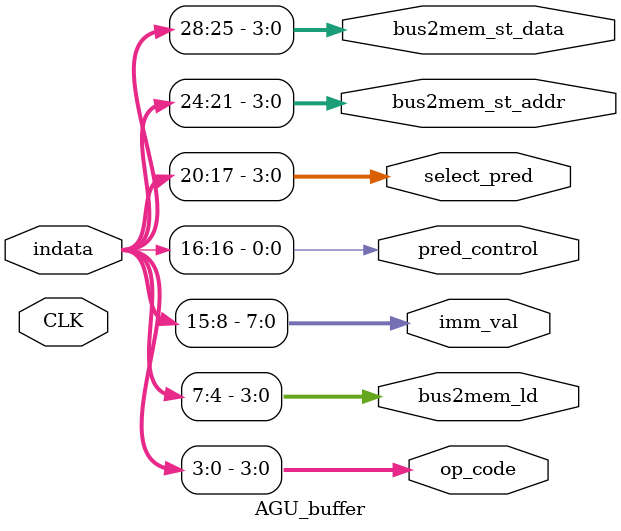
<source format=v>
`timescale 1ns / 1ps
module AGU_buffer( CLK, indata, 
			op_code, bus2mem_ld, imm_val, pred_control, select_pred,
			bus2mem_st_addr, bus2mem_st_data
    );
	 parameter width = 28;
	 input CLK;
	 input [width:0] indata;
	 output [3:0] op_code; //0001 = ld_i, 0010 = st_i
	 output [3:0] bus2mem_ld;
	 //¨M©w­n±q­þ­ÓPEªºbusÅª¤J­nloadªºmemory¦ì¸m : 0001= bus from pe1, 0010=pe2, 0100=pe3
	 output [7:0] imm_val; //´N¬O³o­Ócycleªºimm_val(¥i¥H¬Oload¤]¥i¥H¬Ostoreªº)
	 output pred_control; //¨M©w³o­Ócycleªº°Ê§@¬O§_­n¬Ýpred
	 output [3:0] select_pred; //pred­n¬Ý±q­þ­ÓPE°e¨Óªºpred, 0001= pe1,0010=pe2......
	 output [3:0] bus2mem_st_addr;
	 //¨M©w­n±q­þ­ÓPEÅª¤J­nstoreªºmemory¦ì¸m,¦ì¸m±Æªk¦P¤W
	 output [3:0] bus2mem_st_data;
	 //¨M©w­n±q­þ­ÓPEÅª¤J­nstore¨ìmemoryªº¸ê®Æ,±Æªk¦P¤W
	
	
	 assign op_code = indata[3:0]; 
	 assign bus2mem_ld = indata[7:4];
	 assign imm_val = indata[15:8];
	 assign pred_control = indata[16];
	 assign select_pred = indata[20:17]; 
	 assign bus2mem_st_addr = indata[24:21];
	 assign bus2mem_st_data = indata[28:25];
	 
endmodule
 
			

</source>
